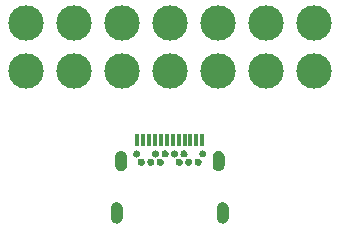
<source format=gbr>
%TF.GenerationSoftware,KiCad,Pcbnew,7.0.5*%
%TF.CreationDate,2024-03-09T10:44:32-05:00*%
%TF.ProjectId,female_connector,66656d61-6c65-45f6-936f-6e6e6563746f,rev?*%
%TF.SameCoordinates,Original*%
%TF.FileFunction,Paste,Top*%
%TF.FilePolarity,Positive*%
%FSLAX46Y46*%
G04 Gerber Fmt 4.6, Leading zero omitted, Abs format (unit mm)*
G04 Created by KiCad (PCBNEW 7.0.5) date 2024-03-09 10:44:32*
%MOMM*%
%LPD*%
G01*
G04 APERTURE LIST*
%ADD10O,1.000000X1.600000*%
%ADD11O,1.000000X1.800000*%
%ADD12R,0.300000X1.000000*%
%ADD13C,0.600000*%
%ADD14C,3.000000*%
G04 APERTURE END LIST*
%TO.C,J2*%
G36*
X-2600000Y-4310000D02*
G01*
X-2900000Y-4310000D01*
X-2900000Y-3310000D01*
X-2600000Y-3310000D01*
X-2600000Y-4310000D01*
G37*
G36*
X-2100000Y-4310000D02*
G01*
X-2400000Y-4310000D01*
X-2400000Y-3310000D01*
X-2100000Y-3310000D01*
X-2100000Y-4310000D01*
G37*
G36*
X-1600000Y-4310000D02*
G01*
X-1900000Y-4310000D01*
X-1900000Y-3310000D01*
X-1600000Y-3310000D01*
X-1600000Y-4310000D01*
G37*
G36*
X-1100000Y-4310000D02*
G01*
X-1400000Y-4310000D01*
X-1400000Y-3310000D01*
X-1100000Y-3310000D01*
X-1100000Y-4310000D01*
G37*
G36*
X-600000Y-4310000D02*
G01*
X-900000Y-4310000D01*
X-900000Y-3310000D01*
X-600000Y-3310000D01*
X-600000Y-4310000D01*
G37*
G36*
X-100000Y-4310000D02*
G01*
X-400000Y-4310000D01*
X-400000Y-3310000D01*
X-100000Y-3310000D01*
X-100000Y-4310000D01*
G37*
G36*
X400000Y-4310000D02*
G01*
X100000Y-4310000D01*
X100000Y-3310000D01*
X400000Y-3310000D01*
X400000Y-4310000D01*
G37*
G36*
X900000Y-4310000D02*
G01*
X600000Y-4310000D01*
X600000Y-3310000D01*
X900000Y-3310000D01*
X900000Y-4310000D01*
G37*
G36*
X1400000Y-4310000D02*
G01*
X1100000Y-4310000D01*
X1100000Y-3310000D01*
X1400000Y-3310000D01*
X1400000Y-4310000D01*
G37*
G36*
X1900000Y-4310000D02*
G01*
X1600000Y-4310000D01*
X1600000Y-3310000D01*
X1900000Y-3310000D01*
X1900000Y-4310000D01*
G37*
G36*
X2400000Y-4310000D02*
G01*
X2100000Y-4310000D01*
X2100000Y-3310000D01*
X2400000Y-3310000D01*
X2400000Y-4310000D01*
G37*
G36*
X2900000Y-4310000D02*
G01*
X2600000Y-4310000D01*
X2600000Y-3310000D01*
X2900000Y-3310000D01*
X2900000Y-4310000D01*
G37*
G36*
X-2756000Y-4723000D02*
G01*
X-2732000Y-4728000D01*
X-2708000Y-4735000D01*
X-2684000Y-4743000D01*
X-2661000Y-4754000D01*
X-2639000Y-4767000D01*
X-2619000Y-4781000D01*
X-2599000Y-4797000D01*
X-2582000Y-4815000D01*
X-2565000Y-4834000D01*
X-2550000Y-4854000D01*
X-2537000Y-4875000D01*
X-2526000Y-4898000D01*
X-2517000Y-4921000D01*
X-2510000Y-4945000D01*
X-2504000Y-4970000D01*
X-2501000Y-4995000D01*
X-2500000Y-5020000D01*
X-2501000Y-5045000D01*
X-2504000Y-5070000D01*
X-2510000Y-5094000D01*
X-2517000Y-5119000D01*
X-2526000Y-5142000D01*
X-2537000Y-5164000D01*
X-2550000Y-5186000D01*
X-2565000Y-5206000D01*
X-2582000Y-5225000D01*
X-2599000Y-5243000D01*
X-2619000Y-5259000D01*
X-2639000Y-5273000D01*
X-2661000Y-5286000D01*
X-2684000Y-5296000D01*
X-2708000Y-5305000D01*
X-2732000Y-5312000D01*
X-2756000Y-5317000D01*
X-2781000Y-5319000D01*
X-2806000Y-5320000D01*
X-2832000Y-5318000D01*
X-2856000Y-5315000D01*
X-2881000Y-5309000D01*
X-2905000Y-5301000D01*
X-2928000Y-5291000D01*
X-2950000Y-5280000D01*
X-2971000Y-5266000D01*
X-2991000Y-5251000D01*
X-3010000Y-5234000D01*
X-3027000Y-5216000D01*
X-3043000Y-5196000D01*
X-3057000Y-5175000D01*
X-3069000Y-5153000D01*
X-3079000Y-5130000D01*
X-3087000Y-5107000D01*
X-3094000Y-5082000D01*
X-3098000Y-5057000D01*
X-3100000Y-5032000D01*
X-3100000Y-5007000D01*
X-3098000Y-4982000D01*
X-3094000Y-4957000D01*
X-3087000Y-4933000D01*
X-3079000Y-4909000D01*
X-3069000Y-4886000D01*
X-3057000Y-4864000D01*
X-3043000Y-4844000D01*
X-3027000Y-4824000D01*
X-3010000Y-4806000D01*
X-2991000Y-4789000D01*
X-2971000Y-4774000D01*
X-2950000Y-4760000D01*
X-2928000Y-4748000D01*
X-2905000Y-4739000D01*
X-2881000Y-4731000D01*
X-2856000Y-4725000D01*
X-2832000Y-4722000D01*
X-2806000Y-4720000D01*
X-2781000Y-4720000D01*
X-2756000Y-4723000D01*
G37*
G36*
X-2356000Y-5423000D02*
G01*
X-2332000Y-5428000D01*
X-2307000Y-5435000D01*
X-2284000Y-5443000D01*
X-2261000Y-5454000D01*
X-2239000Y-5467000D01*
X-2219000Y-5481000D01*
X-2199000Y-5497000D01*
X-2181000Y-5515000D01*
X-2165000Y-5534000D01*
X-2150000Y-5554000D01*
X-2137000Y-5575000D01*
X-2126000Y-5598000D01*
X-2117000Y-5621000D01*
X-2110000Y-5645000D01*
X-2104000Y-5670000D01*
X-2101000Y-5695000D01*
X-2100000Y-5720000D01*
X-2101000Y-5745000D01*
X-2104000Y-5770000D01*
X-2110000Y-5794000D01*
X-2117000Y-5819000D01*
X-2126000Y-5842000D01*
X-2137000Y-5864000D01*
X-2150000Y-5886000D01*
X-2165000Y-5906000D01*
X-2181000Y-5925000D01*
X-2199000Y-5943000D01*
X-2219000Y-5959000D01*
X-2239000Y-5973000D01*
X-2261000Y-5986000D01*
X-2284000Y-5996000D01*
X-2307000Y-6005000D01*
X-2332000Y-6012000D01*
X-2356000Y-6017000D01*
X-2381000Y-6019000D01*
X-2406000Y-6020000D01*
X-2432000Y-6018000D01*
X-2456000Y-6015000D01*
X-2481000Y-6009000D01*
X-2505000Y-6001000D01*
X-2528000Y-5991000D01*
X-2550000Y-5980000D01*
X-2571000Y-5966000D01*
X-2591000Y-5951000D01*
X-2610000Y-5934000D01*
X-2627000Y-5916000D01*
X-2643000Y-5896000D01*
X-2657000Y-5875000D01*
X-2669000Y-5853000D01*
X-2679000Y-5830000D01*
X-2687000Y-5807000D01*
X-2694000Y-5782000D01*
X-2698000Y-5757000D01*
X-2700000Y-5732000D01*
X-2700000Y-5707000D01*
X-2698000Y-5682000D01*
X-2694000Y-5658000D01*
X-2687000Y-5633000D01*
X-2679000Y-5609000D01*
X-2669000Y-5586000D01*
X-2657000Y-5564000D01*
X-2643000Y-5544000D01*
X-2627000Y-5524000D01*
X-2610000Y-5506000D01*
X-2591000Y-5489000D01*
X-2571000Y-5474000D01*
X-2550000Y-5460000D01*
X-2528000Y-5448000D01*
X-2505000Y-5439000D01*
X-2481000Y-5431000D01*
X-2456000Y-5425000D01*
X-2432000Y-5422000D01*
X-2406000Y-5420000D01*
X-2381000Y-5420000D01*
X-2356000Y-5423000D01*
G37*
G36*
X-1556000Y-5423000D02*
G01*
X-1532000Y-5428000D01*
X-1507000Y-5435000D01*
X-1484000Y-5443000D01*
X-1461000Y-5454000D01*
X-1439000Y-5467000D01*
X-1419000Y-5481000D01*
X-1399000Y-5497000D01*
X-1381000Y-5515000D01*
X-1365000Y-5534000D01*
X-1350000Y-5554000D01*
X-1337000Y-5575000D01*
X-1326000Y-5598000D01*
X-1317000Y-5621000D01*
X-1309000Y-5645000D01*
X-1304000Y-5670000D01*
X-1301000Y-5695000D01*
X-1300000Y-5720000D01*
X-1301000Y-5745000D01*
X-1304000Y-5770000D01*
X-1309000Y-5794000D01*
X-1317000Y-5819000D01*
X-1326000Y-5842000D01*
X-1337000Y-5864000D01*
X-1350000Y-5886000D01*
X-1365000Y-5906000D01*
X-1381000Y-5925000D01*
X-1399000Y-5943000D01*
X-1419000Y-5959000D01*
X-1439000Y-5973000D01*
X-1461000Y-5986000D01*
X-1484000Y-5996000D01*
X-1507000Y-6005000D01*
X-1532000Y-6012000D01*
X-1556000Y-6017000D01*
X-1581000Y-6019000D01*
X-1606000Y-6020000D01*
X-1631000Y-6018000D01*
X-1656000Y-6015000D01*
X-1681000Y-6009000D01*
X-1705000Y-6001000D01*
X-1728000Y-5991000D01*
X-1750000Y-5980000D01*
X-1771000Y-5966000D01*
X-1791000Y-5951000D01*
X-1810000Y-5934000D01*
X-1827000Y-5916000D01*
X-1843000Y-5896000D01*
X-1857000Y-5875000D01*
X-1869000Y-5853000D01*
X-1879000Y-5830000D01*
X-1887000Y-5807000D01*
X-1894000Y-5782000D01*
X-1898000Y-5757000D01*
X-1900000Y-5732000D01*
X-1900000Y-5707000D01*
X-1898000Y-5682000D01*
X-1894000Y-5658000D01*
X-1887000Y-5633000D01*
X-1879000Y-5609000D01*
X-1869000Y-5586000D01*
X-1857000Y-5564000D01*
X-1843000Y-5544000D01*
X-1827000Y-5524000D01*
X-1810000Y-5506000D01*
X-1791000Y-5489000D01*
X-1771000Y-5474000D01*
X-1750000Y-5460000D01*
X-1728000Y-5448000D01*
X-1705000Y-5439000D01*
X-1681000Y-5431000D01*
X-1656000Y-5425000D01*
X-1631000Y-5422000D01*
X-1606000Y-5420000D01*
X-1581000Y-5420000D01*
X-1556000Y-5423000D01*
G37*
G36*
X-1156000Y-4723000D02*
G01*
X-1132000Y-4728000D01*
X-1108000Y-4735000D01*
X-1084000Y-4743000D01*
X-1061000Y-4754000D01*
X-1040000Y-4767000D01*
X-1019000Y-4781000D01*
X-1000000Y-4797000D01*
X-982000Y-4815000D01*
X-965000Y-4834000D01*
X-950000Y-4854000D01*
X-937000Y-4875000D01*
X-926000Y-4898000D01*
X-917000Y-4921000D01*
X-910000Y-4945000D01*
X-904000Y-4970000D01*
X-901000Y-4995000D01*
X-900000Y-5020000D01*
X-901000Y-5045000D01*
X-904000Y-5070000D01*
X-910000Y-5094000D01*
X-917000Y-5119000D01*
X-926000Y-5142000D01*
X-937000Y-5164000D01*
X-950000Y-5186000D01*
X-965000Y-5206000D01*
X-982000Y-5225000D01*
X-1000000Y-5243000D01*
X-1019000Y-5259000D01*
X-1040000Y-5273000D01*
X-1061000Y-5286000D01*
X-1084000Y-5296000D01*
X-1108000Y-5305000D01*
X-1132000Y-5312000D01*
X-1156000Y-5317000D01*
X-1181000Y-5319000D01*
X-1207000Y-5320000D01*
X-1232000Y-5318000D01*
X-1256000Y-5315000D01*
X-1281000Y-5309000D01*
X-1305000Y-5301000D01*
X-1328000Y-5291000D01*
X-1350000Y-5280000D01*
X-1371000Y-5266000D01*
X-1392000Y-5251000D01*
X-1410000Y-5234000D01*
X-1427000Y-5216000D01*
X-1443000Y-5196000D01*
X-1457000Y-5175000D01*
X-1469000Y-5153000D01*
X-1479000Y-5130000D01*
X-1487000Y-5107000D01*
X-1494000Y-5082000D01*
X-1498000Y-5057000D01*
X-1500000Y-5032000D01*
X-1500000Y-5007000D01*
X-1498000Y-4982000D01*
X-1494000Y-4957000D01*
X-1487000Y-4933000D01*
X-1479000Y-4909000D01*
X-1469000Y-4886000D01*
X-1457000Y-4864000D01*
X-1443000Y-4844000D01*
X-1427000Y-4824000D01*
X-1410000Y-4806000D01*
X-1392000Y-4789000D01*
X-1371000Y-4774000D01*
X-1350000Y-4760000D01*
X-1328000Y-4748000D01*
X-1305000Y-4739000D01*
X-1281000Y-4731000D01*
X-1256000Y-4725000D01*
X-1232000Y-4722000D01*
X-1207000Y-4720000D01*
X-1181000Y-4720000D01*
X-1156000Y-4723000D01*
G37*
G36*
X-756000Y-5423000D02*
G01*
X-732000Y-5428000D01*
X-708000Y-5435000D01*
X-684000Y-5443000D01*
X-661000Y-5454000D01*
X-639000Y-5467000D01*
X-619000Y-5481000D01*
X-599000Y-5497000D01*
X-582000Y-5515000D01*
X-565000Y-5534000D01*
X-550000Y-5554000D01*
X-537000Y-5575000D01*
X-526000Y-5598000D01*
X-517000Y-5621000D01*
X-510000Y-5645000D01*
X-504000Y-5670000D01*
X-501000Y-5695000D01*
X-500000Y-5720000D01*
X-501000Y-5745000D01*
X-504000Y-5770000D01*
X-510000Y-5794000D01*
X-517000Y-5819000D01*
X-526000Y-5842000D01*
X-537000Y-5864000D01*
X-550000Y-5886000D01*
X-565000Y-5906000D01*
X-582000Y-5925000D01*
X-599000Y-5943000D01*
X-619000Y-5959000D01*
X-639000Y-5973000D01*
X-661000Y-5986000D01*
X-684000Y-5996000D01*
X-708000Y-6005000D01*
X-732000Y-6012000D01*
X-756000Y-6017000D01*
X-781000Y-6019000D01*
X-807000Y-6020000D01*
X-832000Y-6018000D01*
X-856000Y-6015000D01*
X-881000Y-6009000D01*
X-905000Y-6001000D01*
X-928000Y-5991000D01*
X-950000Y-5980000D01*
X-971000Y-5966000D01*
X-991000Y-5951000D01*
X-1010000Y-5934000D01*
X-1027000Y-5916000D01*
X-1043000Y-5896000D01*
X-1057000Y-5875000D01*
X-1069000Y-5853000D01*
X-1079000Y-5830000D01*
X-1087000Y-5807000D01*
X-1094000Y-5782000D01*
X-1098000Y-5757000D01*
X-1100000Y-5732000D01*
X-1100000Y-5707000D01*
X-1098000Y-5682000D01*
X-1094000Y-5658000D01*
X-1087000Y-5633000D01*
X-1079000Y-5609000D01*
X-1069000Y-5586000D01*
X-1057000Y-5564000D01*
X-1043000Y-5544000D01*
X-1027000Y-5524000D01*
X-1010000Y-5506000D01*
X-991000Y-5489000D01*
X-971000Y-5474000D01*
X-950000Y-5460000D01*
X-928000Y-5448000D01*
X-905000Y-5439000D01*
X-881000Y-5431000D01*
X-856000Y-5425000D01*
X-832000Y-5422000D01*
X-807000Y-5420000D01*
X-781000Y-5420000D01*
X-756000Y-5423000D01*
G37*
G36*
X-356000Y-4723000D02*
G01*
X-332000Y-4728000D01*
X-307000Y-4735000D01*
X-284000Y-4743000D01*
X-261000Y-4754000D01*
X-239000Y-4767000D01*
X-219000Y-4781000D01*
X-199000Y-4797000D01*
X-181000Y-4815000D01*
X-165000Y-4834000D01*
X-150000Y-4854000D01*
X-137000Y-4875000D01*
X-126000Y-4898000D01*
X-117000Y-4921000D01*
X-110000Y-4945000D01*
X-104000Y-4970000D01*
X-101000Y-4995000D01*
X-100000Y-5020000D01*
X-101000Y-5045000D01*
X-104000Y-5070000D01*
X-110000Y-5094000D01*
X-117000Y-5119000D01*
X-126000Y-5142000D01*
X-137000Y-5164000D01*
X-150000Y-5186000D01*
X-165000Y-5206000D01*
X-181000Y-5225000D01*
X-199000Y-5243000D01*
X-219000Y-5259000D01*
X-239000Y-5273000D01*
X-261000Y-5286000D01*
X-284000Y-5296000D01*
X-307000Y-5305000D01*
X-332000Y-5312000D01*
X-356000Y-5317000D01*
X-381000Y-5319000D01*
X-406000Y-5320000D01*
X-432000Y-5318000D01*
X-456000Y-5315000D01*
X-481000Y-5309000D01*
X-505000Y-5301000D01*
X-528000Y-5291000D01*
X-550000Y-5280000D01*
X-571000Y-5266000D01*
X-591000Y-5251000D01*
X-610000Y-5234000D01*
X-627000Y-5216000D01*
X-643000Y-5196000D01*
X-657000Y-5175000D01*
X-669000Y-5153000D01*
X-679000Y-5130000D01*
X-687000Y-5107000D01*
X-694000Y-5082000D01*
X-698000Y-5057000D01*
X-700000Y-5032000D01*
X-700000Y-5007000D01*
X-698000Y-4982000D01*
X-694000Y-4957000D01*
X-687000Y-4933000D01*
X-679000Y-4909000D01*
X-669000Y-4886000D01*
X-657000Y-4864000D01*
X-643000Y-4844000D01*
X-627000Y-4824000D01*
X-610000Y-4806000D01*
X-591000Y-4789000D01*
X-571000Y-4774000D01*
X-550000Y-4760000D01*
X-528000Y-4748000D01*
X-505000Y-4739000D01*
X-481000Y-4731000D01*
X-456000Y-4725000D01*
X-432000Y-4722000D01*
X-406000Y-4720000D01*
X-381000Y-4720000D01*
X-356000Y-4723000D01*
G37*
G36*
X444000Y-4723000D02*
G01*
X468000Y-4728000D01*
X493000Y-4735000D01*
X516000Y-4743000D01*
X539000Y-4754000D01*
X561000Y-4767000D01*
X581000Y-4781000D01*
X601000Y-4797000D01*
X619000Y-4815000D01*
X635000Y-4834000D01*
X650000Y-4854000D01*
X663000Y-4875000D01*
X674000Y-4898000D01*
X683000Y-4921000D01*
X690000Y-4945000D01*
X696000Y-4970000D01*
X699000Y-4995000D01*
X700000Y-5020000D01*
X699000Y-5045000D01*
X696000Y-5070000D01*
X690000Y-5094000D01*
X683000Y-5119000D01*
X674000Y-5142000D01*
X663000Y-5164000D01*
X650000Y-5186000D01*
X635000Y-5206000D01*
X619000Y-5225000D01*
X601000Y-5243000D01*
X581000Y-5259000D01*
X561000Y-5273000D01*
X539000Y-5286000D01*
X516000Y-5296000D01*
X493000Y-5305000D01*
X468000Y-5312000D01*
X444000Y-5317000D01*
X419000Y-5319000D01*
X394000Y-5320000D01*
X369000Y-5318000D01*
X344000Y-5315000D01*
X319000Y-5309000D01*
X295000Y-5301000D01*
X272000Y-5291000D01*
X250000Y-5280000D01*
X229000Y-5266000D01*
X209000Y-5251000D01*
X190000Y-5234000D01*
X173000Y-5216000D01*
X157000Y-5196000D01*
X143000Y-5175000D01*
X131000Y-5153000D01*
X121000Y-5130000D01*
X113000Y-5107000D01*
X106000Y-5082000D01*
X102000Y-5057000D01*
X100000Y-5032000D01*
X100000Y-5007000D01*
X102000Y-4982000D01*
X106000Y-4957000D01*
X113000Y-4933000D01*
X121000Y-4909000D01*
X131000Y-4886000D01*
X143000Y-4864000D01*
X157000Y-4844000D01*
X173000Y-4824000D01*
X190000Y-4806000D01*
X209000Y-4789000D01*
X229000Y-4774000D01*
X250000Y-4760000D01*
X272000Y-4748000D01*
X295000Y-4739000D01*
X319000Y-4731000D01*
X344000Y-4725000D01*
X369000Y-4722000D01*
X394000Y-4720000D01*
X419000Y-4720000D01*
X444000Y-4723000D01*
G37*
G36*
X844000Y-5423000D02*
G01*
X868000Y-5428000D01*
X892000Y-5435000D01*
X916000Y-5443000D01*
X939000Y-5454000D01*
X960000Y-5467000D01*
X981000Y-5481000D01*
X1000000Y-5497000D01*
X1018000Y-5515000D01*
X1035000Y-5534000D01*
X1050000Y-5554000D01*
X1063000Y-5575000D01*
X1074000Y-5598000D01*
X1083000Y-5621000D01*
X1090000Y-5645000D01*
X1096000Y-5670000D01*
X1099000Y-5695000D01*
X1100000Y-5720000D01*
X1099000Y-5745000D01*
X1096000Y-5770000D01*
X1090000Y-5794000D01*
X1083000Y-5819000D01*
X1074000Y-5842000D01*
X1063000Y-5864000D01*
X1050000Y-5886000D01*
X1035000Y-5906000D01*
X1018000Y-5925000D01*
X1000000Y-5943000D01*
X981000Y-5959000D01*
X960000Y-5973000D01*
X939000Y-5986000D01*
X916000Y-5996000D01*
X892000Y-6005000D01*
X868000Y-6012000D01*
X844000Y-6017000D01*
X819000Y-6019000D01*
X793000Y-6020000D01*
X768000Y-6018000D01*
X744000Y-6015000D01*
X719000Y-6009000D01*
X695000Y-6001000D01*
X672000Y-5991000D01*
X650000Y-5980000D01*
X628000Y-5966000D01*
X608000Y-5951000D01*
X590000Y-5934000D01*
X573000Y-5916000D01*
X557000Y-5896000D01*
X543000Y-5875000D01*
X531000Y-5853000D01*
X521000Y-5830000D01*
X513000Y-5807000D01*
X506000Y-5782000D01*
X502000Y-5757000D01*
X500000Y-5732000D01*
X500000Y-5707000D01*
X502000Y-5682000D01*
X506000Y-5658000D01*
X513000Y-5633000D01*
X521000Y-5609000D01*
X531000Y-5586000D01*
X543000Y-5564000D01*
X557000Y-5544000D01*
X573000Y-5524000D01*
X590000Y-5506000D01*
X608000Y-5489000D01*
X628000Y-5474000D01*
X650000Y-5460000D01*
X672000Y-5448000D01*
X695000Y-5439000D01*
X719000Y-5431000D01*
X744000Y-5425000D01*
X768000Y-5422000D01*
X793000Y-5420000D01*
X819000Y-5420000D01*
X844000Y-5423000D01*
G37*
G36*
X1244000Y-4723000D02*
G01*
X1268000Y-4728000D01*
X1292000Y-4735000D01*
X1316000Y-4743000D01*
X1339000Y-4754000D01*
X1361000Y-4767000D01*
X1381000Y-4781000D01*
X1401000Y-4797000D01*
X1418000Y-4815000D01*
X1435000Y-4834000D01*
X1450000Y-4854000D01*
X1463000Y-4875000D01*
X1474000Y-4898000D01*
X1483000Y-4921000D01*
X1490000Y-4945000D01*
X1496000Y-4970000D01*
X1499000Y-4995000D01*
X1500000Y-5020000D01*
X1499000Y-5045000D01*
X1496000Y-5070000D01*
X1490000Y-5094000D01*
X1483000Y-5119000D01*
X1474000Y-5142000D01*
X1463000Y-5164000D01*
X1450000Y-5186000D01*
X1435000Y-5206000D01*
X1418000Y-5225000D01*
X1401000Y-5243000D01*
X1381000Y-5259000D01*
X1361000Y-5273000D01*
X1339000Y-5286000D01*
X1316000Y-5296000D01*
X1292000Y-5305000D01*
X1268000Y-5312000D01*
X1244000Y-5317000D01*
X1219000Y-5319000D01*
X1193000Y-5320000D01*
X1168000Y-5318000D01*
X1144000Y-5315000D01*
X1119000Y-5309000D01*
X1095000Y-5301000D01*
X1072000Y-5291000D01*
X1050000Y-5280000D01*
X1029000Y-5266000D01*
X1009000Y-5251000D01*
X990000Y-5234000D01*
X973000Y-5216000D01*
X957000Y-5196000D01*
X943000Y-5175000D01*
X931000Y-5153000D01*
X921000Y-5130000D01*
X913000Y-5107000D01*
X906000Y-5082000D01*
X902000Y-5057000D01*
X900000Y-5032000D01*
X900000Y-5007000D01*
X902000Y-4982000D01*
X906000Y-4957000D01*
X913000Y-4933000D01*
X921000Y-4909000D01*
X931000Y-4886000D01*
X943000Y-4864000D01*
X957000Y-4844000D01*
X973000Y-4824000D01*
X990000Y-4806000D01*
X1009000Y-4789000D01*
X1029000Y-4774000D01*
X1050000Y-4760000D01*
X1072000Y-4748000D01*
X1095000Y-4739000D01*
X1119000Y-4731000D01*
X1144000Y-4725000D01*
X1168000Y-4722000D01*
X1193000Y-4720000D01*
X1219000Y-4720000D01*
X1244000Y-4723000D01*
G37*
G36*
X1644000Y-5423000D02*
G01*
X1668000Y-5428000D01*
X1693000Y-5435000D01*
X1716000Y-5443000D01*
X1739000Y-5454000D01*
X1761000Y-5467000D01*
X1781000Y-5481000D01*
X1801000Y-5497000D01*
X1819000Y-5515000D01*
X1835000Y-5534000D01*
X1850000Y-5554000D01*
X1863000Y-5575000D01*
X1874000Y-5598000D01*
X1883000Y-5621000D01*
X1890000Y-5645000D01*
X1896000Y-5670000D01*
X1899000Y-5695000D01*
X1900000Y-5720000D01*
X1899000Y-5745000D01*
X1896000Y-5770000D01*
X1890000Y-5794000D01*
X1883000Y-5819000D01*
X1874000Y-5842000D01*
X1863000Y-5864000D01*
X1850000Y-5886000D01*
X1835000Y-5906000D01*
X1819000Y-5925000D01*
X1801000Y-5943000D01*
X1781000Y-5959000D01*
X1761000Y-5973000D01*
X1739000Y-5986000D01*
X1716000Y-5996000D01*
X1693000Y-6005000D01*
X1668000Y-6012000D01*
X1644000Y-6017000D01*
X1619000Y-6019000D01*
X1594000Y-6020000D01*
X1568000Y-6018000D01*
X1544000Y-6015000D01*
X1519000Y-6009000D01*
X1495000Y-6001000D01*
X1472000Y-5991000D01*
X1450000Y-5980000D01*
X1429000Y-5966000D01*
X1409000Y-5951000D01*
X1390000Y-5934000D01*
X1373000Y-5916000D01*
X1357000Y-5896000D01*
X1343000Y-5875000D01*
X1331000Y-5853000D01*
X1321000Y-5830000D01*
X1313000Y-5807000D01*
X1306000Y-5782000D01*
X1302000Y-5757000D01*
X1300000Y-5732000D01*
X1300000Y-5707000D01*
X1302000Y-5682000D01*
X1306000Y-5658000D01*
X1313000Y-5633000D01*
X1321000Y-5609000D01*
X1331000Y-5586000D01*
X1343000Y-5564000D01*
X1357000Y-5544000D01*
X1373000Y-5524000D01*
X1390000Y-5506000D01*
X1409000Y-5489000D01*
X1429000Y-5474000D01*
X1450000Y-5460000D01*
X1472000Y-5448000D01*
X1495000Y-5439000D01*
X1519000Y-5431000D01*
X1544000Y-5425000D01*
X1568000Y-5422000D01*
X1594000Y-5420000D01*
X1619000Y-5420000D01*
X1644000Y-5423000D01*
G37*
G36*
X2444000Y-5423000D02*
G01*
X2468000Y-5428000D01*
X2493000Y-5435000D01*
X2516000Y-5443000D01*
X2539000Y-5454000D01*
X2561000Y-5467000D01*
X2581000Y-5481000D01*
X2601000Y-5497000D01*
X2619000Y-5515000D01*
X2635000Y-5534000D01*
X2650000Y-5554000D01*
X2663000Y-5575000D01*
X2674000Y-5598000D01*
X2683000Y-5621000D01*
X2690000Y-5645000D01*
X2696000Y-5670000D01*
X2699000Y-5695000D01*
X2700000Y-5720000D01*
X2699000Y-5745000D01*
X2696000Y-5770000D01*
X2690000Y-5794000D01*
X2683000Y-5819000D01*
X2674000Y-5842000D01*
X2663000Y-5864000D01*
X2650000Y-5886000D01*
X2635000Y-5906000D01*
X2619000Y-5925000D01*
X2601000Y-5943000D01*
X2581000Y-5959000D01*
X2561000Y-5973000D01*
X2539000Y-5986000D01*
X2516000Y-5996000D01*
X2493000Y-6005000D01*
X2468000Y-6012000D01*
X2444000Y-6017000D01*
X2419000Y-6019000D01*
X2394000Y-6020000D01*
X2369000Y-6018000D01*
X2344000Y-6015000D01*
X2319000Y-6009000D01*
X2295000Y-6001000D01*
X2272000Y-5991000D01*
X2250000Y-5980000D01*
X2229000Y-5966000D01*
X2209000Y-5951000D01*
X2190000Y-5934000D01*
X2173000Y-5916000D01*
X2157000Y-5896000D01*
X2143000Y-5875000D01*
X2131000Y-5853000D01*
X2121000Y-5830000D01*
X2113000Y-5807000D01*
X2106000Y-5782000D01*
X2102000Y-5757000D01*
X2100000Y-5732000D01*
X2100000Y-5707000D01*
X2102000Y-5682000D01*
X2106000Y-5658000D01*
X2113000Y-5633000D01*
X2121000Y-5609000D01*
X2131000Y-5586000D01*
X2143000Y-5564000D01*
X2157000Y-5544000D01*
X2173000Y-5524000D01*
X2190000Y-5506000D01*
X2209000Y-5489000D01*
X2229000Y-5474000D01*
X2250000Y-5460000D01*
X2272000Y-5448000D01*
X2295000Y-5439000D01*
X2319000Y-5431000D01*
X2344000Y-5425000D01*
X2369000Y-5422000D01*
X2394000Y-5420000D01*
X2419000Y-5420000D01*
X2444000Y-5423000D01*
G37*
G36*
X2844000Y-4723000D02*
G01*
X2868000Y-4728000D01*
X2892000Y-4735000D01*
X2916000Y-4743000D01*
X2939000Y-4754000D01*
X2960000Y-4767000D01*
X2981000Y-4781000D01*
X3000000Y-4797000D01*
X3018000Y-4815000D01*
X3035000Y-4834000D01*
X3050000Y-4854000D01*
X3063000Y-4875000D01*
X3074000Y-4898000D01*
X3083000Y-4921000D01*
X3090000Y-4945000D01*
X3096000Y-4970000D01*
X3099000Y-4995000D01*
X3100000Y-5020000D01*
X3099000Y-5045000D01*
X3096000Y-5070000D01*
X3090000Y-5094000D01*
X3083000Y-5119000D01*
X3074000Y-5142000D01*
X3063000Y-5164000D01*
X3050000Y-5186000D01*
X3035000Y-5206000D01*
X3018000Y-5225000D01*
X3000000Y-5243000D01*
X2981000Y-5259000D01*
X2960000Y-5273000D01*
X2939000Y-5286000D01*
X2916000Y-5296000D01*
X2892000Y-5305000D01*
X2868000Y-5312000D01*
X2844000Y-5317000D01*
X2819000Y-5319000D01*
X2793000Y-5320000D01*
X2768000Y-5318000D01*
X2744000Y-5315000D01*
X2719000Y-5309000D01*
X2695000Y-5301000D01*
X2672000Y-5291000D01*
X2650000Y-5280000D01*
X2628000Y-5266000D01*
X2608000Y-5251000D01*
X2590000Y-5234000D01*
X2573000Y-5216000D01*
X2557000Y-5196000D01*
X2543000Y-5175000D01*
X2531000Y-5153000D01*
X2521000Y-5130000D01*
X2513000Y-5107000D01*
X2506000Y-5082000D01*
X2502000Y-5057000D01*
X2500000Y-5032000D01*
X2500000Y-5007000D01*
X2502000Y-4982000D01*
X2506000Y-4957000D01*
X2513000Y-4933000D01*
X2521000Y-4909000D01*
X2531000Y-4886000D01*
X2543000Y-4864000D01*
X2557000Y-4844000D01*
X2573000Y-4824000D01*
X2590000Y-4806000D01*
X2608000Y-4789000D01*
X2628000Y-4774000D01*
X2650000Y-4760000D01*
X2672000Y-4748000D01*
X2695000Y-4739000D01*
X2719000Y-4731000D01*
X2744000Y-4725000D01*
X2768000Y-4722000D01*
X2793000Y-4720000D01*
X2819000Y-4720000D01*
X2844000Y-4723000D01*
G37*
G36*
X-4448000Y-9111000D02*
G01*
X-4423000Y-9114000D01*
X-4398000Y-9118000D01*
X-4374000Y-9122000D01*
X-4350000Y-9129000D01*
X-4326000Y-9136000D01*
X-4302000Y-9145000D01*
X-4279000Y-9154000D01*
X-4257000Y-9165000D01*
X-4235000Y-9177000D01*
X-4214000Y-9190000D01*
X-4193000Y-9204000D01*
X-4173000Y-9219000D01*
X-4154000Y-9235000D01*
X-4136000Y-9252000D01*
X-4118000Y-9270000D01*
X-4102000Y-9289000D01*
X-4086000Y-9308000D01*
X-4072000Y-9328000D01*
X-4058000Y-9349000D01*
X-4046000Y-9371000D01*
X-4035000Y-9393000D01*
X-4024000Y-9416000D01*
X-4015000Y-9439000D01*
X-4007000Y-9463000D01*
X-4000000Y-9487000D01*
X-3995000Y-9511000D01*
X-3991000Y-9535000D01*
X-3987000Y-9560000D01*
X-3986000Y-9585000D01*
X-3985000Y-9610000D01*
X-3985000Y-10410000D01*
X-3986000Y-10435000D01*
X-3987000Y-10460000D01*
X-3991000Y-10484000D01*
X-3995000Y-10509000D01*
X-4000000Y-10533000D01*
X-4007000Y-10557000D01*
X-4015000Y-10581000D01*
X-4024000Y-10604000D01*
X-4035000Y-10627000D01*
X-4046000Y-10649000D01*
X-4058000Y-10671000D01*
X-4072000Y-10692000D01*
X-4086000Y-10712000D01*
X-4102000Y-10731000D01*
X-4118000Y-10750000D01*
X-4136000Y-10768000D01*
X-4154000Y-10785000D01*
X-4173000Y-10801000D01*
X-4193000Y-10816000D01*
X-4214000Y-10830000D01*
X-4235000Y-10843000D01*
X-4257000Y-10855000D01*
X-4279000Y-10866000D01*
X-4302000Y-10875000D01*
X-4326000Y-10884000D01*
X-4350000Y-10891000D01*
X-4374000Y-10897000D01*
X-4398000Y-10902000D01*
X-4423000Y-10906000D01*
X-4448000Y-10909000D01*
X-4473000Y-10910000D01*
X-4497000Y-10910000D01*
X-4522000Y-10909000D01*
X-4547000Y-10906000D01*
X-4572000Y-10902000D01*
X-4596000Y-10897000D01*
X-4620000Y-10891000D01*
X-4644000Y-10884000D01*
X-4668000Y-10875000D01*
X-4691000Y-10866000D01*
X-4713000Y-10855000D01*
X-4735000Y-10843000D01*
X-4756000Y-10830000D01*
X-4777000Y-10816000D01*
X-4797000Y-10801000D01*
X-4816000Y-10785000D01*
X-4834000Y-10768000D01*
X-4852000Y-10750000D01*
X-4868000Y-10731000D01*
X-4884000Y-10712000D01*
X-4898000Y-10692000D01*
X-4912000Y-10671000D01*
X-4924000Y-10649000D01*
X-4935000Y-10627000D01*
X-4946000Y-10604000D01*
X-4955000Y-10581000D01*
X-4963000Y-10557000D01*
X-4970000Y-10533000D01*
X-4975000Y-10509000D01*
X-4979000Y-10484000D01*
X-4983000Y-10460000D01*
X-4984000Y-10435000D01*
X-4985000Y-10410000D01*
X-4985000Y-9610000D01*
X-4984000Y-9585000D01*
X-4983000Y-9560000D01*
X-4979000Y-9535000D01*
X-4975000Y-9511000D01*
X-4970000Y-9487000D01*
X-4963000Y-9463000D01*
X-4955000Y-9439000D01*
X-4946000Y-9416000D01*
X-4935000Y-9393000D01*
X-4924000Y-9371000D01*
X-4912000Y-9349000D01*
X-4898000Y-9328000D01*
X-4884000Y-9308000D01*
X-4868000Y-9289000D01*
X-4852000Y-9270000D01*
X-4834000Y-9252000D01*
X-4816000Y-9235000D01*
X-4797000Y-9219000D01*
X-4777000Y-9204000D01*
X-4756000Y-9190000D01*
X-4735000Y-9177000D01*
X-4713000Y-9165000D01*
X-4691000Y-9154000D01*
X-4668000Y-9145000D01*
X-4644000Y-9136000D01*
X-4620000Y-9129000D01*
X-4596000Y-9122000D01*
X-4572000Y-9118000D01*
X-4547000Y-9114000D01*
X-4522000Y-9111000D01*
X-4497000Y-9110000D01*
X-4473000Y-9110000D01*
X-4448000Y-9111000D01*
G37*
G36*
X-4088000Y-4771000D02*
G01*
X-4063000Y-4774000D01*
X-4038000Y-4777000D01*
X-4014000Y-4782000D01*
X-3990000Y-4789000D01*
X-3966000Y-4796000D01*
X-3942000Y-4804000D01*
X-3919000Y-4814000D01*
X-3897000Y-4825000D01*
X-3875000Y-4837000D01*
X-3854000Y-4850000D01*
X-3833000Y-4864000D01*
X-3813000Y-4879000D01*
X-3794000Y-4895000D01*
X-3776000Y-4912000D01*
X-3759000Y-4930000D01*
X-3742000Y-4948000D01*
X-3727000Y-4968000D01*
X-3712000Y-4988000D01*
X-3698000Y-5009000D01*
X-3686000Y-5031000D01*
X-3675000Y-5053000D01*
X-3664000Y-5076000D01*
X-3655000Y-5099000D01*
X-3647000Y-5122000D01*
X-3641000Y-5146000D01*
X-3635000Y-5171000D01*
X-3631000Y-5195000D01*
X-3628000Y-5220000D01*
X-3626000Y-5245000D01*
X-3625000Y-5270000D01*
X-3625000Y-5970000D01*
X-3626000Y-5995000D01*
X-3628000Y-6020000D01*
X-3631000Y-6044000D01*
X-3635000Y-6069000D01*
X-3641000Y-6093000D01*
X-3647000Y-6117000D01*
X-3655000Y-6141000D01*
X-3664000Y-6164000D01*
X-3675000Y-6187000D01*
X-3686000Y-6209000D01*
X-3698000Y-6231000D01*
X-3712000Y-6251000D01*
X-3727000Y-6272000D01*
X-3742000Y-6291000D01*
X-3759000Y-6310000D01*
X-3776000Y-6328000D01*
X-3794000Y-6345000D01*
X-3813000Y-6361000D01*
X-3833000Y-6376000D01*
X-3854000Y-6390000D01*
X-3875000Y-6403000D01*
X-3897000Y-6415000D01*
X-3919000Y-6426000D01*
X-3942000Y-6435000D01*
X-3966000Y-6444000D01*
X-3990000Y-6451000D01*
X-4014000Y-6457000D01*
X-4038000Y-6462000D01*
X-4063000Y-6466000D01*
X-4088000Y-6468000D01*
X-4113000Y-6470000D01*
X-4138000Y-6470000D01*
X-4162000Y-6468000D01*
X-4187000Y-6466000D01*
X-4212000Y-6462000D01*
X-4236000Y-6457000D01*
X-4260000Y-6451000D01*
X-4284000Y-6444000D01*
X-4308000Y-6435000D01*
X-4331000Y-6426000D01*
X-4353000Y-6415000D01*
X-4375000Y-6403000D01*
X-4396000Y-6390000D01*
X-4417000Y-6376000D01*
X-4437000Y-6361000D01*
X-4456000Y-6345000D01*
X-4474000Y-6328000D01*
X-4492000Y-6310000D01*
X-4508000Y-6291000D01*
X-4524000Y-6272000D01*
X-4538000Y-6251000D01*
X-4552000Y-6231000D01*
X-4564000Y-6209000D01*
X-4576000Y-6187000D01*
X-4586000Y-6164000D01*
X-4595000Y-6141000D01*
X-4603000Y-6117000D01*
X-4610000Y-6093000D01*
X-4615000Y-6069000D01*
X-4619000Y-6044000D01*
X-4623000Y-6020000D01*
X-4624000Y-5995000D01*
X-4625000Y-5970000D01*
X-4625000Y-5270000D01*
X-4624000Y-5245000D01*
X-4623000Y-5220000D01*
X-4619000Y-5195000D01*
X-4615000Y-5171000D01*
X-4610000Y-5146000D01*
X-4603000Y-5122000D01*
X-4595000Y-5099000D01*
X-4586000Y-5076000D01*
X-4576000Y-5053000D01*
X-4564000Y-5031000D01*
X-4552000Y-5009000D01*
X-4538000Y-4988000D01*
X-4524000Y-4968000D01*
X-4508000Y-4948000D01*
X-4492000Y-4930000D01*
X-4474000Y-4912000D01*
X-4456000Y-4895000D01*
X-4437000Y-4879000D01*
X-4417000Y-4864000D01*
X-4396000Y-4850000D01*
X-4375000Y-4837000D01*
X-4353000Y-4825000D01*
X-4331000Y-4814000D01*
X-4308000Y-4804000D01*
X-4284000Y-4796000D01*
X-4260000Y-4789000D01*
X-4236000Y-4782000D01*
X-4212000Y-4777000D01*
X-4187000Y-4774000D01*
X-4162000Y-4771000D01*
X-4138000Y-4770000D01*
X-4113000Y-4770000D01*
X-4088000Y-4771000D01*
G37*
G36*
X4162000Y-4771000D02*
G01*
X4187000Y-4774000D01*
X4212000Y-4777000D01*
X4236000Y-4782000D01*
X4260000Y-4789000D01*
X4284000Y-4796000D01*
X4308000Y-4804000D01*
X4330000Y-4814000D01*
X4353000Y-4825000D01*
X4375000Y-4837000D01*
X4396000Y-4850000D01*
X4417000Y-4864000D01*
X4437000Y-4879000D01*
X4456000Y-4895000D01*
X4474000Y-4912000D01*
X4491000Y-4930000D01*
X4508000Y-4948000D01*
X4523000Y-4968000D01*
X4538000Y-4988000D01*
X4551000Y-5009000D01*
X4564000Y-5031000D01*
X4575000Y-5053000D01*
X4586000Y-5076000D01*
X4595000Y-5099000D01*
X4603000Y-5122000D01*
X4609000Y-5146000D01*
X4615000Y-5171000D01*
X4619000Y-5195000D01*
X4622000Y-5220000D01*
X4624000Y-5245000D01*
X4625000Y-5270000D01*
X4625000Y-5970000D01*
X4624000Y-5995000D01*
X4622000Y-6020000D01*
X4619000Y-6044000D01*
X4615000Y-6069000D01*
X4609000Y-6093000D01*
X4603000Y-6117000D01*
X4595000Y-6141000D01*
X4586000Y-6164000D01*
X4575000Y-6187000D01*
X4564000Y-6209000D01*
X4551000Y-6231000D01*
X4538000Y-6251000D01*
X4523000Y-6272000D01*
X4508000Y-6291000D01*
X4491000Y-6310000D01*
X4474000Y-6328000D01*
X4456000Y-6345000D01*
X4437000Y-6361000D01*
X4417000Y-6376000D01*
X4396000Y-6390000D01*
X4375000Y-6403000D01*
X4353000Y-6415000D01*
X4330000Y-6426000D01*
X4308000Y-6435000D01*
X4284000Y-6444000D01*
X4260000Y-6451000D01*
X4236000Y-6457000D01*
X4212000Y-6462000D01*
X4187000Y-6466000D01*
X4162000Y-6468000D01*
X4137000Y-6470000D01*
X4112000Y-6470000D01*
X4087000Y-6468000D01*
X4063000Y-6466000D01*
X4038000Y-6462000D01*
X4014000Y-6457000D01*
X3989000Y-6451000D01*
X3966000Y-6444000D01*
X3942000Y-6435000D01*
X3919000Y-6426000D01*
X3897000Y-6415000D01*
X3875000Y-6403000D01*
X3854000Y-6390000D01*
X3833000Y-6376000D01*
X3813000Y-6361000D01*
X3794000Y-6345000D01*
X3776000Y-6328000D01*
X3758000Y-6310000D01*
X3742000Y-6291000D01*
X3726000Y-6272000D01*
X3712000Y-6251000D01*
X3698000Y-6231000D01*
X3686000Y-6209000D01*
X3674000Y-6187000D01*
X3664000Y-6164000D01*
X3655000Y-6141000D01*
X3647000Y-6117000D01*
X3640000Y-6093000D01*
X3635000Y-6069000D01*
X3630000Y-6044000D01*
X3627000Y-6020000D01*
X3625000Y-5995000D01*
X3625000Y-5970000D01*
X3625000Y-5270000D01*
X3625000Y-5245000D01*
X3627000Y-5220000D01*
X3630000Y-5195000D01*
X3635000Y-5171000D01*
X3640000Y-5146000D01*
X3647000Y-5122000D01*
X3655000Y-5099000D01*
X3664000Y-5076000D01*
X3674000Y-5053000D01*
X3686000Y-5031000D01*
X3698000Y-5009000D01*
X3712000Y-4988000D01*
X3726000Y-4968000D01*
X3742000Y-4948000D01*
X3758000Y-4930000D01*
X3776000Y-4912000D01*
X3794000Y-4895000D01*
X3813000Y-4879000D01*
X3833000Y-4864000D01*
X3854000Y-4850000D01*
X3875000Y-4837000D01*
X3897000Y-4825000D01*
X3919000Y-4814000D01*
X3942000Y-4804000D01*
X3966000Y-4796000D01*
X3989000Y-4789000D01*
X4014000Y-4782000D01*
X4038000Y-4777000D01*
X4063000Y-4774000D01*
X4087000Y-4771000D01*
X4112000Y-4770000D01*
X4137000Y-4770000D01*
X4162000Y-4771000D01*
G37*
G36*
X4522000Y-9111000D02*
G01*
X4547000Y-9114000D01*
X4572000Y-9118000D01*
X4596000Y-9122000D01*
X4620000Y-9129000D01*
X4644000Y-9136000D01*
X4668000Y-9145000D01*
X4691000Y-9154000D01*
X4713000Y-9165000D01*
X4735000Y-9177000D01*
X4756000Y-9190000D01*
X4777000Y-9204000D01*
X4797000Y-9219000D01*
X4816000Y-9235000D01*
X4834000Y-9252000D01*
X4852000Y-9270000D01*
X4868000Y-9289000D01*
X4884000Y-9308000D01*
X4898000Y-9328000D01*
X4912000Y-9349000D01*
X4924000Y-9371000D01*
X4935000Y-9393000D01*
X4946000Y-9416000D01*
X4955000Y-9439000D01*
X4963000Y-9463000D01*
X4970000Y-9487000D01*
X4975000Y-9511000D01*
X4979000Y-9535000D01*
X4983000Y-9560000D01*
X4984000Y-9585000D01*
X4985000Y-9610000D01*
X4985000Y-10410000D01*
X4984000Y-10435000D01*
X4983000Y-10460000D01*
X4979000Y-10484000D01*
X4975000Y-10509000D01*
X4970000Y-10533000D01*
X4963000Y-10557000D01*
X4955000Y-10581000D01*
X4946000Y-10604000D01*
X4935000Y-10627000D01*
X4924000Y-10649000D01*
X4912000Y-10671000D01*
X4898000Y-10692000D01*
X4884000Y-10712000D01*
X4868000Y-10731000D01*
X4852000Y-10750000D01*
X4834000Y-10768000D01*
X4816000Y-10785000D01*
X4797000Y-10801000D01*
X4777000Y-10816000D01*
X4756000Y-10830000D01*
X4735000Y-10843000D01*
X4713000Y-10855000D01*
X4691000Y-10866000D01*
X4668000Y-10875000D01*
X4644000Y-10884000D01*
X4620000Y-10891000D01*
X4596000Y-10897000D01*
X4572000Y-10902000D01*
X4547000Y-10906000D01*
X4522000Y-10909000D01*
X4497000Y-10910000D01*
X4473000Y-10910000D01*
X4448000Y-10909000D01*
X4423000Y-10906000D01*
X4398000Y-10902000D01*
X4374000Y-10897000D01*
X4350000Y-10891000D01*
X4326000Y-10884000D01*
X4302000Y-10875000D01*
X4279000Y-10866000D01*
X4257000Y-10855000D01*
X4235000Y-10843000D01*
X4214000Y-10830000D01*
X4193000Y-10816000D01*
X4173000Y-10801000D01*
X4154000Y-10785000D01*
X4136000Y-10768000D01*
X4118000Y-10750000D01*
X4102000Y-10731000D01*
X4086000Y-10712000D01*
X4072000Y-10692000D01*
X4058000Y-10671000D01*
X4046000Y-10649000D01*
X4035000Y-10627000D01*
X4024000Y-10604000D01*
X4015000Y-10581000D01*
X4007000Y-10557000D01*
X4000000Y-10533000D01*
X3995000Y-10509000D01*
X3991000Y-10484000D01*
X3987000Y-10460000D01*
X3986000Y-10435000D01*
X3985000Y-10410000D01*
X3985000Y-9610000D01*
X3986000Y-9585000D01*
X3987000Y-9560000D01*
X3991000Y-9535000D01*
X3995000Y-9511000D01*
X4000000Y-9487000D01*
X4007000Y-9463000D01*
X4015000Y-9439000D01*
X4024000Y-9416000D01*
X4035000Y-9393000D01*
X4046000Y-9371000D01*
X4058000Y-9349000D01*
X4072000Y-9328000D01*
X4086000Y-9308000D01*
X4102000Y-9289000D01*
X4118000Y-9270000D01*
X4136000Y-9252000D01*
X4154000Y-9235000D01*
X4173000Y-9219000D01*
X4193000Y-9204000D01*
X4214000Y-9190000D01*
X4235000Y-9177000D01*
X4257000Y-9165000D01*
X4279000Y-9154000D01*
X4302000Y-9145000D01*
X4326000Y-9136000D01*
X4350000Y-9129000D01*
X4374000Y-9122000D01*
X4398000Y-9118000D01*
X4423000Y-9114000D01*
X4448000Y-9111000D01*
X4473000Y-9110000D01*
X4497000Y-9110000D01*
X4522000Y-9111000D01*
G37*
%TD*%
D10*
%TO.C,J2*%
X-4125000Y-5620000D03*
D11*
X-4485000Y-10010000D03*
X4485000Y-10010000D03*
D10*
X4125000Y-5620000D03*
D12*
X-2750000Y-3810000D03*
X-2250000Y-3810000D03*
X-1750000Y-3810000D03*
X-1250000Y-3810000D03*
X-750000Y-3810000D03*
X-250000Y-3810000D03*
X250000Y-3810000D03*
X750000Y-3810000D03*
X1250000Y-3810000D03*
X1750000Y-3810000D03*
X2250000Y-3810000D03*
X2750000Y-3810000D03*
D13*
X2800000Y-5020000D03*
X2400000Y-5720000D03*
X1600000Y-5720000D03*
X1200000Y-5020000D03*
X800000Y-5720000D03*
X400000Y-5020000D03*
X-400000Y-5020000D03*
X-800000Y-5720000D03*
X-1200000Y-5020000D03*
X-1600000Y-5720000D03*
X-2400000Y-5720000D03*
X-2800000Y-5020000D03*
%TD*%
D14*
%TO.C,J1*%
X-12192000Y6096000D03*
X-8128000Y6096000D03*
X-4064000Y6096000D03*
X0Y6096000D03*
X4064000Y6096000D03*
X8128000Y6096000D03*
X12192000Y6096000D03*
X-12192000Y2032000D03*
X-8128000Y2032000D03*
X-4064000Y2032000D03*
X0Y2032000D03*
X4064000Y2032000D03*
X8128000Y2032000D03*
X12192000Y2032000D03*
%TD*%
M02*

</source>
